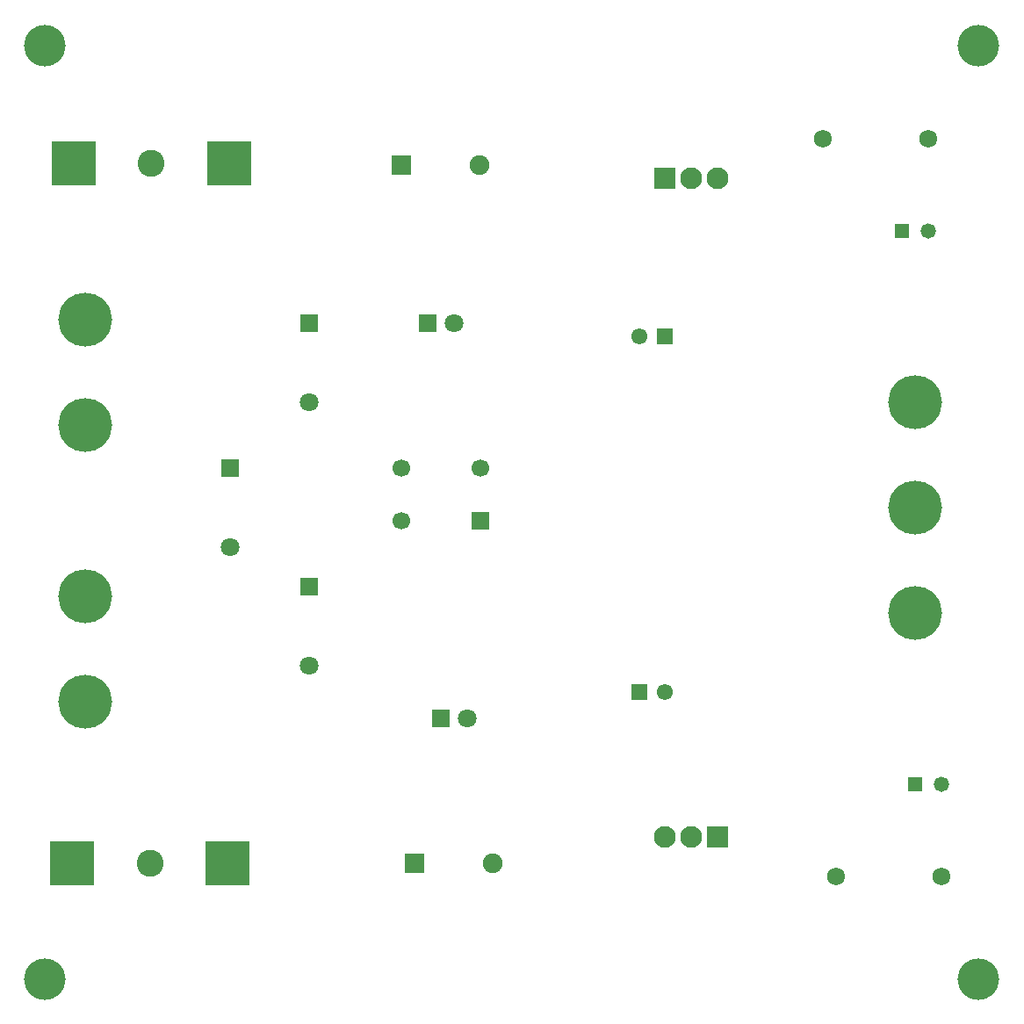
<source format=gbs>
G04 DipTrace 2.4.0.2*
%INpsv1.GBS*%
%MOIN*%
%ADD14C,0.1575*%
%ADD24R,0.0669X0.0669*%
%ADD25C,0.0669*%
%ADD36R,0.0748X0.0748*%
%ADD37C,0.0748*%
%ADD39C,0.1024*%
%ADD47C,0.0709*%
%ADD48C,0.0827*%
%ADD49R,0.0827X0.0827*%
%ADD50C,0.0679*%
%ADD52C,0.0679*%
%ADD54C,0.2047*%
%ADD56R,0.1654X0.1654*%
%ADD58R,0.0579X0.0579*%
%ADD60C,0.0579*%
%ADD64C,0.061*%
%ADD66R,0.061X0.061*%
%ADD68R,0.0709X0.0709*%
%FSLAX44Y44*%
G04*
G70*
G90*
G75*
G01*
%LNBotMask*%
%LPD*%
D36*
X19437Y36807D3*
D37*
X22390D3*
D36*
X19937Y10307D3*
D37*
X22890D3*
D47*
X21437Y30807D3*
D68*
X20437D3*
D47*
X21937Y15807D3*
D68*
X20937D3*
D66*
X29437Y30307D3*
D64*
X28453D3*
D66*
Y16807D3*
D64*
X29437D3*
D47*
X15937Y27807D3*
D68*
Y30807D3*
D47*
Y17807D3*
D68*
Y20807D3*
D47*
X12937Y22307D3*
D68*
Y25307D3*
D24*
X22437Y23307D3*
D25*
Y25307D3*
X19437D3*
Y23307D3*
D60*
X39437Y34307D3*
D58*
X38437D3*
D60*
X39937Y13307D3*
D58*
X38937D3*
D56*
X6984Y36854D3*
X12890D3*
D39*
X9937D3*
D56*
X6937Y10307D3*
X12843D3*
D39*
X9890D3*
D54*
X7437Y30937D3*
Y26937D3*
Y20437D3*
Y16437D3*
X38937Y27807D3*
Y23807D3*
Y19807D3*
D14*
X5906Y41339D3*
D52*
X35437Y37807D3*
D50*
X39437D3*
D52*
X39937Y9807D3*
D50*
X35937D3*
D49*
X29437Y36307D3*
D48*
X30437D3*
X31437D3*
D49*
Y11307D3*
D48*
X30437D3*
X29437D3*
D14*
X5906Y5906D3*
X41339D3*
Y41339D3*
M02*

</source>
